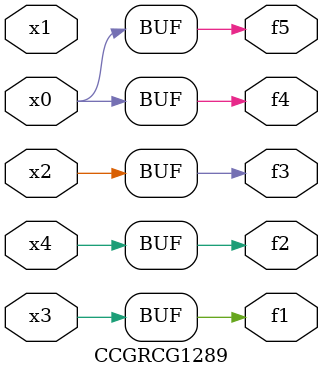
<source format=v>
module CCGRCG1289(
	input x0, x1, x2, x3, x4,
	output f1, f2, f3, f4, f5
);
	assign f1 = x3;
	assign f2 = x4;
	assign f3 = x2;
	assign f4 = x0;
	assign f5 = x0;
endmodule

</source>
